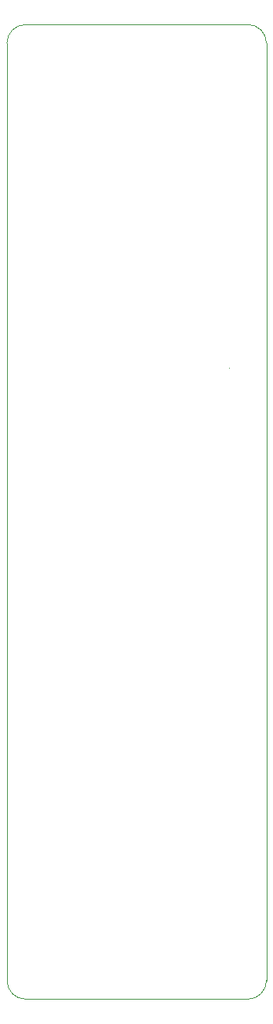
<source format=gbr>
%TF.GenerationSoftware,KiCad,Pcbnew,6.0.6+dfsg-1*%
%TF.CreationDate,2022-07-30T00:05:31-07:00*%
%TF.ProjectId,board,626f6172-642e-46b6-9963-61645f706362,rev?*%
%TF.SameCoordinates,Original*%
%TF.FileFunction,Profile,NP*%
%FSLAX46Y46*%
G04 Gerber Fmt 4.6, Leading zero omitted, Abs format (unit mm)*
G04 Created by KiCad (PCBNEW 6.0.6+dfsg-1) date 2022-07-30 00:05:31*
%MOMM*%
%LPD*%
G01*
G04 APERTURE LIST*
%TA.AperFunction,Profile*%
%ADD10C,0.100000*%
%TD*%
G04 APERTURE END LIST*
D10*
X112000001Y-82000000D02*
G75*
G03*
X112000001Y-82000000I-1J0D01*
G01*
X90000000Y-45000000D02*
X114000000Y-45000000D01*
X88000000Y-148000000D02*
X88000000Y-47000000D01*
X114000000Y-150000000D02*
X90000000Y-150000000D01*
X116000000Y-47000000D02*
X116000000Y-148000000D01*
X90000000Y-45000000D02*
G75*
G03*
X88000000Y-47000000I0J-2000000D01*
G01*
X116000000Y-47000000D02*
G75*
G03*
X114000000Y-45000000I-2000000J0D01*
G01*
X114000000Y-150000000D02*
G75*
G03*
X116000000Y-148000000I0J2000000D01*
G01*
X88000000Y-148000000D02*
G75*
G03*
X90000000Y-150000000I2000000J0D01*
G01*
M02*

</source>
